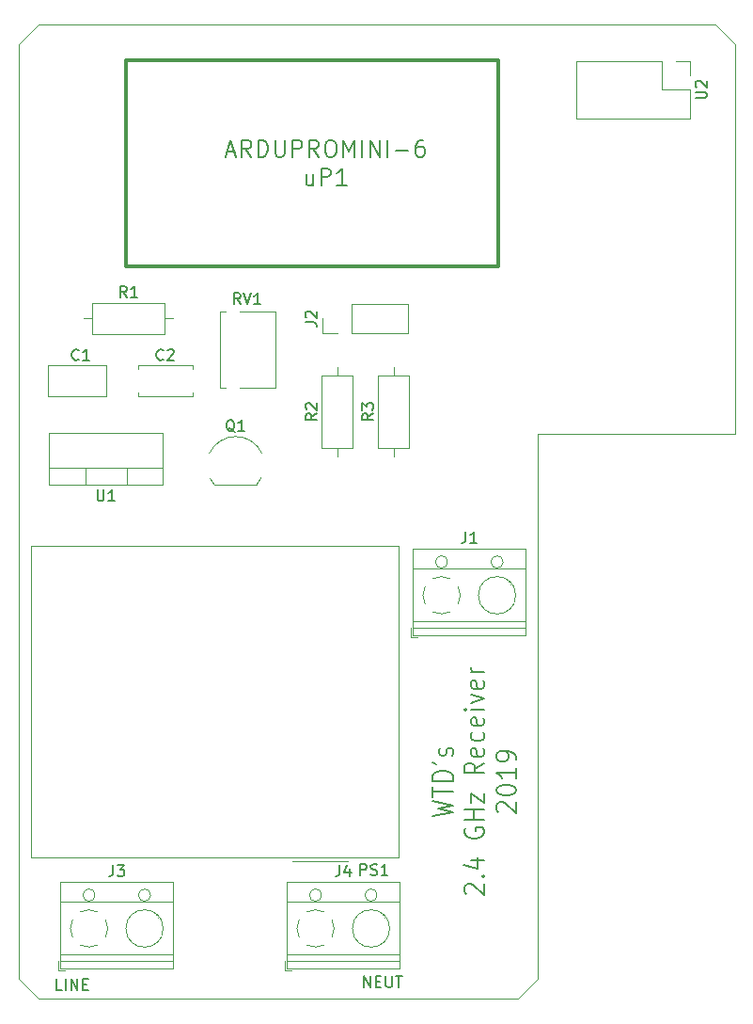
<source format=gbr>
%TF.GenerationSoftware,KiCad,Pcbnew,(5.1.2)-2*%
%TF.CreationDate,2019-06-24T14:10:12+02:00*%
%TF.ProjectId,Main_Monstrum,4d61696e-5f4d-46f6-9e73-7472756d2e6b,rev?*%
%TF.SameCoordinates,PX196f3b0PYa952310*%
%TF.FileFunction,Legend,Top*%
%TF.FilePolarity,Positive*%
%FSLAX46Y46*%
G04 Gerber Fmt 4.6, Leading zero omitted, Abs format (unit mm)*
G04 Created by KiCad (PCBNEW (5.1.2)-2) date 2019-06-24 14:10:12*
%MOMM*%
%LPD*%
G04 APERTURE LIST*
%ADD10C,0.150000*%
%ADD11C,0.100000*%
%ADD12C,0.120000*%
%ADD13C,0.300000*%
G04 APERTURE END LIST*
D10*
X37312285Y16434191D02*
X39112285Y16815143D01*
X37826571Y17119905D01*
X39112285Y17424667D01*
X37312285Y17805620D01*
X37312285Y18186572D02*
X37312285Y19100858D01*
X39112285Y18643715D02*
X37312285Y18643715D01*
X39112285Y19634191D02*
X37312285Y19634191D01*
X37312285Y20015143D01*
X37398000Y20243715D01*
X37569428Y20396096D01*
X37740857Y20472286D01*
X38083714Y20548477D01*
X38340857Y20548477D01*
X38683714Y20472286D01*
X38855142Y20396096D01*
X39026571Y20243715D01*
X39112285Y20015143D01*
X39112285Y19634191D01*
X37312285Y21310381D02*
X37655142Y21158000D01*
X39026571Y21919905D02*
X39112285Y22072286D01*
X39112285Y22377048D01*
X39026571Y22529429D01*
X38855142Y22605620D01*
X38769428Y22605620D01*
X38598000Y22529429D01*
X38512285Y22377048D01*
X38512285Y22148477D01*
X38426571Y21996096D01*
X38255142Y21919905D01*
X38169428Y21919905D01*
X37998000Y21996096D01*
X37912285Y22148477D01*
X37912285Y22377048D01*
X37998000Y22529429D01*
X40333714Y9424667D02*
X40248000Y9500858D01*
X40162285Y9653239D01*
X40162285Y10034191D01*
X40248000Y10186572D01*
X40333714Y10262762D01*
X40505142Y10338953D01*
X40676571Y10338953D01*
X40933714Y10262762D01*
X41962285Y9348477D01*
X41962285Y10338953D01*
X41790857Y11024667D02*
X41876571Y11100858D01*
X41962285Y11024667D01*
X41876571Y10948477D01*
X41790857Y11024667D01*
X41962285Y11024667D01*
X40762285Y12472286D02*
X41962285Y12472286D01*
X40076571Y12091334D02*
X41362285Y11710381D01*
X41362285Y12700858D01*
X40248000Y15367524D02*
X40162285Y15215143D01*
X40162285Y14986572D01*
X40248000Y14758000D01*
X40419428Y14605620D01*
X40590857Y14529429D01*
X40933714Y14453239D01*
X41190857Y14453239D01*
X41533714Y14529429D01*
X41705142Y14605620D01*
X41876571Y14758000D01*
X41962285Y14986572D01*
X41962285Y15138953D01*
X41876571Y15367524D01*
X41790857Y15443715D01*
X41190857Y15443715D01*
X41190857Y15138953D01*
X41962285Y16129429D02*
X40162285Y16129429D01*
X41019428Y16129429D02*
X41019428Y17043715D01*
X41962285Y17043715D02*
X40162285Y17043715D01*
X40762285Y17653239D02*
X40762285Y18491334D01*
X41962285Y17653239D01*
X41962285Y18491334D01*
X41962285Y21234191D02*
X41105142Y20700858D01*
X41962285Y20319905D02*
X40162285Y20319905D01*
X40162285Y20929429D01*
X40248000Y21081810D01*
X40333714Y21158000D01*
X40505142Y21234191D01*
X40762285Y21234191D01*
X40933714Y21158000D01*
X41019428Y21081810D01*
X41105142Y20929429D01*
X41105142Y20319905D01*
X41876571Y22529429D02*
X41962285Y22377048D01*
X41962285Y22072286D01*
X41876571Y21919905D01*
X41705142Y21843715D01*
X41019428Y21843715D01*
X40848000Y21919905D01*
X40762285Y22072286D01*
X40762285Y22377048D01*
X40848000Y22529429D01*
X41019428Y22605620D01*
X41190857Y22605620D01*
X41362285Y21843715D01*
X41876571Y23977048D02*
X41962285Y23824667D01*
X41962285Y23519905D01*
X41876571Y23367524D01*
X41790857Y23291334D01*
X41619428Y23215143D01*
X41105142Y23215143D01*
X40933714Y23291334D01*
X40848000Y23367524D01*
X40762285Y23519905D01*
X40762285Y23824667D01*
X40848000Y23977048D01*
X41876571Y25272286D02*
X41962285Y25119905D01*
X41962285Y24815143D01*
X41876571Y24662762D01*
X41705142Y24586572D01*
X41019428Y24586572D01*
X40848000Y24662762D01*
X40762285Y24815143D01*
X40762285Y25119905D01*
X40848000Y25272286D01*
X41019428Y25348477D01*
X41190857Y25348477D01*
X41362285Y24586572D01*
X41962285Y26034191D02*
X40762285Y26034191D01*
X40162285Y26034191D02*
X40248000Y25958000D01*
X40333714Y26034191D01*
X40248000Y26110381D01*
X40162285Y26034191D01*
X40333714Y26034191D01*
X40762285Y26643715D02*
X41962285Y27024667D01*
X40762285Y27405620D01*
X41876571Y28624667D02*
X41962285Y28472286D01*
X41962285Y28167524D01*
X41876571Y28015143D01*
X41705142Y27938953D01*
X41019428Y27938953D01*
X40848000Y28015143D01*
X40762285Y28167524D01*
X40762285Y28472286D01*
X40848000Y28624667D01*
X41019428Y28700858D01*
X41190857Y28700858D01*
X41362285Y27938953D01*
X41962285Y29386572D02*
X40762285Y29386572D01*
X41105142Y29386572D02*
X40933714Y29462762D01*
X40848000Y29538953D01*
X40762285Y29691334D01*
X40762285Y29843715D01*
X43183714Y16815143D02*
X43098000Y16891334D01*
X43012285Y17043715D01*
X43012285Y17424667D01*
X43098000Y17577048D01*
X43183714Y17653239D01*
X43355142Y17729429D01*
X43526571Y17729429D01*
X43783714Y17653239D01*
X44812285Y16738953D01*
X44812285Y17729429D01*
X43012285Y18719905D02*
X43012285Y18872286D01*
X43098000Y19024667D01*
X43183714Y19100858D01*
X43355142Y19177048D01*
X43698000Y19253239D01*
X44126571Y19253239D01*
X44469428Y19177048D01*
X44640857Y19100858D01*
X44726571Y19024667D01*
X44812285Y18872286D01*
X44812285Y18719905D01*
X44726571Y18567524D01*
X44640857Y18491334D01*
X44469428Y18415143D01*
X44126571Y18338953D01*
X43698000Y18338953D01*
X43355142Y18415143D01*
X43183714Y18491334D01*
X43098000Y18567524D01*
X43012285Y18719905D01*
X44812285Y20777048D02*
X44812285Y19862762D01*
X44812285Y20319905D02*
X43012285Y20319905D01*
X43269428Y20167524D01*
X43440857Y20015143D01*
X43526571Y19862762D01*
X44812285Y21538953D02*
X44812285Y21843715D01*
X44726571Y21996096D01*
X44640857Y22072286D01*
X44383714Y22224667D01*
X44040857Y22300858D01*
X43355142Y22300858D01*
X43183714Y22224667D01*
X43098000Y22148477D01*
X43012285Y21996096D01*
X43012285Y21691334D01*
X43098000Y21538953D01*
X43183714Y21462762D01*
X43355142Y21386572D01*
X43783714Y21386572D01*
X43955142Y21462762D01*
X44040857Y21538953D01*
X44126571Y21691334D01*
X44126571Y21996096D01*
X44040857Y22148477D01*
X43955142Y22224667D01*
X43783714Y22300858D01*
D11*
X64516000Y85852000D02*
X64516000Y50800000D01*
X1778000Y87630000D02*
X62738000Y87630000D01*
X0Y1778000D02*
X0Y85852000D01*
X44958000Y0D02*
X1778000Y0D01*
X46736000Y50800000D02*
X46736000Y1778000D01*
X62738000Y87630000D02*
X64516000Y85852000D01*
X0Y85852000D02*
X1778000Y87630000D01*
X1778000Y0D02*
X0Y1778000D01*
X44958000Y0D02*
X46736000Y1778000D01*
D10*
X3921238Y817620D02*
X3445047Y817620D01*
X3445047Y1817620D01*
X4254571Y817620D02*
X4254571Y1817620D01*
X4730761Y817620D02*
X4730761Y1817620D01*
X5302190Y817620D01*
X5302190Y1817620D01*
X5778380Y1341429D02*
X6111714Y1341429D01*
X6254571Y817620D02*
X5778380Y817620D01*
X5778380Y1817620D01*
X6254571Y1817620D01*
X31123142Y1071620D02*
X31123142Y2071620D01*
X31694571Y1071620D01*
X31694571Y2071620D01*
X32170761Y1595429D02*
X32504095Y1595429D01*
X32646952Y1071620D02*
X32170761Y1071620D01*
X32170761Y2071620D01*
X32646952Y2071620D01*
X33075523Y2071620D02*
X33075523Y1262096D01*
X33123142Y1166858D01*
X33170761Y1119239D01*
X33266000Y1071620D01*
X33456476Y1071620D01*
X33551714Y1119239D01*
X33599333Y1166858D01*
X33646952Y1262096D01*
X33646952Y2071620D01*
X33980285Y2071620D02*
X34551714Y2071620D01*
X34266000Y1071620D02*
X34266000Y2071620D01*
D11*
X64516000Y50800000D02*
X46736000Y50800000D01*
D12*
X23950000Y2550000D02*
X24550000Y2550000D01*
X23950000Y3390000D02*
X23950000Y2550000D01*
X30570000Y5374000D02*
X30476000Y5281000D01*
X32820000Y7625000D02*
X32761000Y7566000D01*
X30740000Y5134000D02*
X30681000Y5076000D01*
X33025000Y7419000D02*
X32931000Y7326000D01*
X34310000Y10510000D02*
X34310000Y2789000D01*
X24190000Y10510000D02*
X24190000Y2789000D01*
X24190000Y2789000D02*
X34310000Y2789000D01*
X24190000Y10510000D02*
X34310000Y10510000D01*
X24190000Y8750000D02*
X34310000Y8750000D01*
X24190000Y4050000D02*
X34310000Y4050000D01*
X24190000Y3450000D02*
X34310000Y3450000D01*
X32300000Y9350000D02*
G75*
G03X32300000Y9350000I-550000J0D01*
G01*
X33430000Y6350000D02*
G75*
G03X33430000Y6350000I-1680000J0D01*
G01*
X27300000Y9350000D02*
G75*
G03X27300000Y9350000I-550000J0D01*
G01*
X26779383Y4669550D02*
G75*
G02X25961000Y4866000I-29383J1680450D01*
G01*
X25266047Y5560912D02*
G75*
G02X25266000Y7139000I1483953J789088D01*
G01*
X25960912Y7833953D02*
G75*
G02X27539000Y7834000I789088J-1483953D01*
G01*
X28233953Y7139088D02*
G75*
G02X28234000Y5561000I-1483953J-789088D01*
G01*
X27538712Y4866648D02*
G75*
G02X26750000Y4670000I-788712J1483352D01*
G01*
D13*
X9666000Y65934000D02*
X43166000Y65934000D01*
X43166000Y65934000D02*
X43166000Y84434000D01*
X43166000Y84434000D02*
X9666000Y84434000D01*
X9666000Y65934000D02*
X9666000Y84434000D01*
D12*
X50232000Y84388000D02*
X50232000Y79188000D01*
X57912000Y84388000D02*
X50232000Y84388000D01*
X60512000Y79188000D02*
X50232000Y79188000D01*
X57912000Y84388000D02*
X57912000Y81788000D01*
X57912000Y81788000D02*
X60512000Y81788000D01*
X60512000Y81788000D02*
X60512000Y79188000D01*
X59182000Y84388000D02*
X60512000Y84388000D01*
X60512000Y84388000D02*
X60512000Y83058000D01*
X15718000Y54256000D02*
X10778000Y54256000D01*
X15718000Y56996000D02*
X10778000Y56996000D01*
X15718000Y54256000D02*
X15718000Y54571000D01*
X15718000Y56681000D02*
X15718000Y56996000D01*
X10778000Y54256000D02*
X10778000Y54571000D01*
X10778000Y56681000D02*
X10778000Y56996000D01*
X38888712Y34838648D02*
G75*
G02X38100000Y34642000I-788712J1483352D01*
G01*
X39583953Y37111088D02*
G75*
G02X39584000Y35533000I-1483953J-789088D01*
G01*
X37310912Y37805953D02*
G75*
G02X38889000Y37806000I789088J-1483953D01*
G01*
X36616047Y35532912D02*
G75*
G02X36616000Y37111000I1483953J789088D01*
G01*
X38129383Y34641550D02*
G75*
G02X37311000Y34838000I-29383J1680450D01*
G01*
X38650000Y39322000D02*
G75*
G03X38650000Y39322000I-550000J0D01*
G01*
X44780000Y36322000D02*
G75*
G03X44780000Y36322000I-1680000J0D01*
G01*
X43650000Y39322000D02*
G75*
G03X43650000Y39322000I-550000J0D01*
G01*
X35540000Y33422000D02*
X45660000Y33422000D01*
X35540000Y34022000D02*
X45660000Y34022000D01*
X35540000Y38722000D02*
X45660000Y38722000D01*
X35540000Y40482000D02*
X45660000Y40482000D01*
X35540000Y32761000D02*
X45660000Y32761000D01*
X35540000Y40482000D02*
X35540000Y32761000D01*
X45660000Y40482000D02*
X45660000Y32761000D01*
X44375000Y37391000D02*
X44281000Y37298000D01*
X42090000Y35106000D02*
X42031000Y35048000D01*
X44170000Y37597000D02*
X44111000Y37538000D01*
X41920000Y35346000D02*
X41826000Y35253000D01*
X35300000Y33362000D02*
X35300000Y32522000D01*
X35300000Y32522000D02*
X35900000Y32522000D01*
X35112000Y59884000D02*
X35112000Y62544000D01*
X29972000Y59884000D02*
X35112000Y59884000D01*
X29972000Y62544000D02*
X35112000Y62544000D01*
X29972000Y59884000D02*
X29972000Y62544000D01*
X28702000Y59884000D02*
X27372000Y59884000D01*
X27372000Y59884000D02*
X27372000Y61214000D01*
X3550000Y2550000D02*
X4150000Y2550000D01*
X3550000Y3390000D02*
X3550000Y2550000D01*
X10170000Y5374000D02*
X10076000Y5281000D01*
X12420000Y7625000D02*
X12361000Y7566000D01*
X10340000Y5134000D02*
X10281000Y5076000D01*
X12625000Y7419000D02*
X12531000Y7326000D01*
X13910000Y10510000D02*
X13910000Y2789000D01*
X3790000Y10510000D02*
X3790000Y2789000D01*
X3790000Y2789000D02*
X13910000Y2789000D01*
X3790000Y10510000D02*
X13910000Y10510000D01*
X3790000Y8750000D02*
X13910000Y8750000D01*
X3790000Y4050000D02*
X13910000Y4050000D01*
X3790000Y3450000D02*
X13910000Y3450000D01*
X11900000Y9350000D02*
G75*
G03X11900000Y9350000I-550000J0D01*
G01*
X13030000Y6350000D02*
G75*
G03X13030000Y6350000I-1680000J0D01*
G01*
X6900000Y9350000D02*
G75*
G03X6900000Y9350000I-550000J0D01*
G01*
X6379383Y4669550D02*
G75*
G02X5561000Y4866000I-29383J1680450D01*
G01*
X4866047Y5560912D02*
G75*
G02X4866000Y7139000I1483953J789088D01*
G01*
X5560912Y7833953D02*
G75*
G02X7139000Y7834000I789088J-1483953D01*
G01*
X7833953Y7139088D02*
G75*
G02X7834000Y5561000I-1483953J-789088D01*
G01*
X7138712Y4866648D02*
G75*
G02X6350000Y4670000I-788712J1483352D01*
G01*
X12994000Y46260000D02*
X2754000Y46260000D01*
X12994000Y50901000D02*
X2754000Y50901000D01*
X12994000Y46260000D02*
X12994000Y50901000D01*
X2754000Y46260000D02*
X2754000Y50901000D01*
X12994000Y47770000D02*
X2754000Y47770000D01*
X9724000Y46260000D02*
X9724000Y47770000D01*
X6023000Y46260000D02*
X6023000Y47770000D01*
X2694000Y56996000D02*
X7934000Y56996000D01*
X2694000Y54256000D02*
X7934000Y54256000D01*
X2694000Y56996000D02*
X2694000Y54256000D01*
X7934000Y56996000D02*
X7934000Y54256000D01*
X17618000Y46306000D02*
X21468000Y46306000D01*
X17235369Y46883955D02*
G75*
G03X17618000Y46306000I2322631J1122045D01*
G01*
X17201600Y49104807D02*
G75*
G02X19558000Y50606000I2356400J-1098807D01*
G01*
X21914400Y49104807D02*
G75*
G03X19558000Y50606000I-2356400J-1098807D01*
G01*
X21860383Y46893736D02*
G75*
G02X21468000Y46306000I-2302383J1112264D01*
G01*
X6636000Y62584000D02*
X6636000Y59844000D01*
X6636000Y59844000D02*
X13176000Y59844000D01*
X13176000Y59844000D02*
X13176000Y62584000D01*
X13176000Y62584000D02*
X6636000Y62584000D01*
X5866000Y61214000D02*
X6636000Y61214000D01*
X13946000Y61214000D02*
X13176000Y61214000D01*
X27332000Y49562000D02*
X30072000Y49562000D01*
X30072000Y49562000D02*
X30072000Y56102000D01*
X30072000Y56102000D02*
X27332000Y56102000D01*
X27332000Y56102000D02*
X27332000Y49562000D01*
X28702000Y48792000D02*
X28702000Y49562000D01*
X28702000Y56872000D02*
X28702000Y56102000D01*
X33782000Y48792000D02*
X33782000Y49562000D01*
X33782000Y56872000D02*
X33782000Y56102000D01*
X35152000Y49562000D02*
X35152000Y56102000D01*
X32412000Y49562000D02*
X35152000Y49562000D01*
X32412000Y56102000D02*
X32412000Y49562000D01*
X35152000Y56102000D02*
X32412000Y56102000D01*
X1166000Y12744000D02*
X1166000Y40784000D01*
X1166000Y40784000D02*
X34206000Y40784000D01*
X34206000Y40784000D02*
X34206000Y12744000D01*
X34206000Y12744000D02*
X1166000Y12744000D01*
X29686000Y12364000D02*
X24686000Y12364000D01*
X18164000Y61840000D02*
X18654000Y61840000D01*
X19954000Y61840000D02*
X23104000Y61840000D01*
X18164000Y55000000D02*
X18654000Y55000000D01*
X19954000Y55000000D02*
X23104000Y55000000D01*
X23104000Y61840000D02*
X23104000Y55000000D01*
X18164000Y61840000D02*
X18164000Y55000000D01*
D10*
X28916666Y12057620D02*
X28916666Y11343334D01*
X28869047Y11200477D01*
X28773809Y11105239D01*
X28630952Y11057620D01*
X28535714Y11057620D01*
X29821428Y11724286D02*
X29821428Y11057620D01*
X29583333Y12105239D02*
X29345238Y11390953D01*
X29964285Y11390953D01*
X26543142Y74235429D02*
X26543142Y73235429D01*
X25900285Y74235429D02*
X25900285Y73449715D01*
X25971714Y73306858D01*
X26114571Y73235429D01*
X26328857Y73235429D01*
X26471714Y73306858D01*
X26543142Y73378286D01*
X27257428Y73235429D02*
X27257428Y74735429D01*
X27828857Y74735429D01*
X27971714Y74664000D01*
X28043142Y74592572D01*
X28114571Y74449715D01*
X28114571Y74235429D01*
X28043142Y74092572D01*
X27971714Y74021143D01*
X27828857Y73949715D01*
X27257428Y73949715D01*
X29543142Y73235429D02*
X28686000Y73235429D01*
X29114571Y73235429D02*
X29114571Y74735429D01*
X28971714Y74521143D01*
X28828857Y74378286D01*
X28686000Y74306858D01*
X18757428Y76204000D02*
X19471714Y76204000D01*
X18614571Y75775429D02*
X19114571Y77275429D01*
X19614571Y75775429D01*
X20971714Y75775429D02*
X20471714Y76489715D01*
X20114571Y75775429D02*
X20114571Y77275429D01*
X20686000Y77275429D01*
X20828857Y77204000D01*
X20900285Y77132572D01*
X20971714Y76989715D01*
X20971714Y76775429D01*
X20900285Y76632572D01*
X20828857Y76561143D01*
X20686000Y76489715D01*
X20114571Y76489715D01*
X21614571Y75775429D02*
X21614571Y77275429D01*
X21971714Y77275429D01*
X22186000Y77204000D01*
X22328857Y77061143D01*
X22400285Y76918286D01*
X22471714Y76632572D01*
X22471714Y76418286D01*
X22400285Y76132572D01*
X22328857Y75989715D01*
X22186000Y75846858D01*
X21971714Y75775429D01*
X21614571Y75775429D01*
X23114571Y77275429D02*
X23114571Y76061143D01*
X23186000Y75918286D01*
X23257428Y75846858D01*
X23400285Y75775429D01*
X23686000Y75775429D01*
X23828857Y75846858D01*
X23900285Y75918286D01*
X23971714Y76061143D01*
X23971714Y77275429D01*
X24686000Y75775429D02*
X24686000Y77275429D01*
X25257428Y77275429D01*
X25400285Y77204000D01*
X25471714Y77132572D01*
X25543142Y76989715D01*
X25543142Y76775429D01*
X25471714Y76632572D01*
X25400285Y76561143D01*
X25257428Y76489715D01*
X24686000Y76489715D01*
X27043142Y75775429D02*
X26543142Y76489715D01*
X26186000Y75775429D02*
X26186000Y77275429D01*
X26757428Y77275429D01*
X26900285Y77204000D01*
X26971714Y77132572D01*
X27043142Y76989715D01*
X27043142Y76775429D01*
X26971714Y76632572D01*
X26900285Y76561143D01*
X26757428Y76489715D01*
X26186000Y76489715D01*
X27971714Y77275429D02*
X28257428Y77275429D01*
X28400285Y77204000D01*
X28543142Y77061143D01*
X28614571Y76775429D01*
X28614571Y76275429D01*
X28543142Y75989715D01*
X28400285Y75846858D01*
X28257428Y75775429D01*
X27971714Y75775429D01*
X27828857Y75846858D01*
X27686000Y75989715D01*
X27614571Y76275429D01*
X27614571Y76775429D01*
X27686000Y77061143D01*
X27828857Y77204000D01*
X27971714Y77275429D01*
X29257428Y75775429D02*
X29257428Y77275429D01*
X29757428Y76204000D01*
X30257428Y77275429D01*
X30257428Y75775429D01*
X30971714Y75775429D02*
X30971714Y77275429D01*
X31686000Y75775429D02*
X31686000Y77275429D01*
X32543142Y75775429D01*
X32543142Y77275429D01*
X33257428Y75775429D02*
X33257428Y77275429D01*
X33971714Y76346858D02*
X35114571Y76346858D01*
X36471714Y77275429D02*
X36186000Y77275429D01*
X36043142Y77204000D01*
X35971714Y77132572D01*
X35828857Y76918286D01*
X35757428Y76632572D01*
X35757428Y76061143D01*
X35828857Y75918286D01*
X35900285Y75846858D01*
X36043142Y75775429D01*
X36328857Y75775429D01*
X36471714Y75846858D01*
X36543142Y75918286D01*
X36614571Y76061143D01*
X36614571Y76418286D01*
X36543142Y76561143D01*
X36471714Y76632572D01*
X36328857Y76704000D01*
X36043142Y76704000D01*
X35900285Y76632572D01*
X35828857Y76561143D01*
X35757428Y76418286D01*
X60964380Y81026096D02*
X61773904Y81026096D01*
X61869142Y81073715D01*
X61916761Y81121334D01*
X61964380Y81216572D01*
X61964380Y81407048D01*
X61916761Y81502286D01*
X61869142Y81549905D01*
X61773904Y81597524D01*
X60964380Y81597524D01*
X61059619Y82026096D02*
X61012000Y82073715D01*
X60964380Y82168953D01*
X60964380Y82407048D01*
X61012000Y82502286D01*
X61059619Y82549905D01*
X61154857Y82597524D01*
X61250095Y82597524D01*
X61392952Y82549905D01*
X61964380Y81978477D01*
X61964380Y82597524D01*
X13041333Y57554858D02*
X12993714Y57507239D01*
X12850857Y57459620D01*
X12755619Y57459620D01*
X12612761Y57507239D01*
X12517523Y57602477D01*
X12469904Y57697715D01*
X12422285Y57888191D01*
X12422285Y58031048D01*
X12469904Y58221524D01*
X12517523Y58316762D01*
X12612761Y58412000D01*
X12755619Y58459620D01*
X12850857Y58459620D01*
X12993714Y58412000D01*
X13041333Y58364381D01*
X13422285Y58364381D02*
X13469904Y58412000D01*
X13565142Y58459620D01*
X13803238Y58459620D01*
X13898476Y58412000D01*
X13946095Y58364381D01*
X13993714Y58269143D01*
X13993714Y58173905D01*
X13946095Y58031048D01*
X13374666Y57459620D01*
X13993714Y57459620D01*
X40266666Y42029620D02*
X40266666Y41315334D01*
X40219047Y41172477D01*
X40123809Y41077239D01*
X39980952Y41029620D01*
X39885714Y41029620D01*
X41266666Y41029620D02*
X40695238Y41029620D01*
X40980952Y41029620D02*
X40980952Y42029620D01*
X40885714Y41886762D01*
X40790476Y41791524D01*
X40695238Y41743905D01*
X25824380Y60880667D02*
X26538666Y60880667D01*
X26681523Y60833048D01*
X26776761Y60737810D01*
X26824380Y60594953D01*
X26824380Y60499715D01*
X25919619Y61309239D02*
X25872000Y61356858D01*
X25824380Y61452096D01*
X25824380Y61690191D01*
X25872000Y61785429D01*
X25919619Y61833048D01*
X26014857Y61880667D01*
X26110095Y61880667D01*
X26252952Y61833048D01*
X26824380Y61261620D01*
X26824380Y61880667D01*
X8516666Y12057620D02*
X8516666Y11343334D01*
X8469047Y11200477D01*
X8373809Y11105239D01*
X8230952Y11057620D01*
X8135714Y11057620D01*
X8897619Y12057620D02*
X9516666Y12057620D01*
X9183333Y11676667D01*
X9326190Y11676667D01*
X9421428Y11629048D01*
X9469047Y11581429D01*
X9516666Y11486191D01*
X9516666Y11248096D01*
X9469047Y11152858D01*
X9421428Y11105239D01*
X9326190Y11057620D01*
X9040476Y11057620D01*
X8945238Y11105239D01*
X8897619Y11152858D01*
X7112095Y45807620D02*
X7112095Y44998096D01*
X7159714Y44902858D01*
X7207333Y44855239D01*
X7302571Y44807620D01*
X7493047Y44807620D01*
X7588285Y44855239D01*
X7635904Y44902858D01*
X7683523Y44998096D01*
X7683523Y45807620D01*
X8683523Y44807620D02*
X8112095Y44807620D01*
X8397809Y44807620D02*
X8397809Y45807620D01*
X8302571Y45664762D01*
X8207333Y45569524D01*
X8112095Y45521905D01*
X5421333Y57554858D02*
X5373714Y57507239D01*
X5230857Y57459620D01*
X5135619Y57459620D01*
X4992761Y57507239D01*
X4897523Y57602477D01*
X4849904Y57697715D01*
X4802285Y57888191D01*
X4802285Y58031048D01*
X4849904Y58221524D01*
X4897523Y58316762D01*
X4992761Y58412000D01*
X5135619Y58459620D01*
X5230857Y58459620D01*
X5373714Y58412000D01*
X5421333Y58364381D01*
X6373714Y57459620D02*
X5802285Y57459620D01*
X6088000Y57459620D02*
X6088000Y58459620D01*
X5992761Y58316762D01*
X5897523Y58221524D01*
X5802285Y58173905D01*
X19462761Y51018381D02*
X19367523Y51066000D01*
X19272285Y51161239D01*
X19129428Y51304096D01*
X19034190Y51351715D01*
X18938952Y51351715D01*
X18986571Y51113620D02*
X18891333Y51161239D01*
X18796095Y51256477D01*
X18748476Y51446953D01*
X18748476Y51780286D01*
X18796095Y51970762D01*
X18891333Y52066000D01*
X18986571Y52113620D01*
X19177047Y52113620D01*
X19272285Y52066000D01*
X19367523Y51970762D01*
X19415142Y51780286D01*
X19415142Y51446953D01*
X19367523Y51256477D01*
X19272285Y51161239D01*
X19177047Y51113620D01*
X18986571Y51113620D01*
X20367523Y51113620D02*
X19796095Y51113620D01*
X20081809Y51113620D02*
X20081809Y52113620D01*
X19986571Y51970762D01*
X19891333Y51875524D01*
X19796095Y51827905D01*
X9739333Y63131620D02*
X9406000Y63607810D01*
X9167904Y63131620D02*
X9167904Y64131620D01*
X9548857Y64131620D01*
X9644095Y64084000D01*
X9691714Y64036381D01*
X9739333Y63941143D01*
X9739333Y63798286D01*
X9691714Y63703048D01*
X9644095Y63655429D01*
X9548857Y63607810D01*
X9167904Y63607810D01*
X10691714Y63131620D02*
X10120285Y63131620D01*
X10406000Y63131620D02*
X10406000Y64131620D01*
X10310761Y63988762D01*
X10215523Y63893524D01*
X10120285Y63845905D01*
X26868380Y52665334D02*
X26392190Y52332000D01*
X26868380Y52093905D02*
X25868380Y52093905D01*
X25868380Y52474858D01*
X25916000Y52570096D01*
X25963619Y52617715D01*
X26058857Y52665334D01*
X26201714Y52665334D01*
X26296952Y52617715D01*
X26344571Y52570096D01*
X26392190Y52474858D01*
X26392190Y52093905D01*
X25963619Y53046286D02*
X25916000Y53093905D01*
X25868380Y53189143D01*
X25868380Y53427239D01*
X25916000Y53522477D01*
X25963619Y53570096D01*
X26058857Y53617715D01*
X26154095Y53617715D01*
X26296952Y53570096D01*
X26868380Y52998667D01*
X26868380Y53617715D01*
X31948380Y52665334D02*
X31472190Y52332000D01*
X31948380Y52093905D02*
X30948380Y52093905D01*
X30948380Y52474858D01*
X30996000Y52570096D01*
X31043619Y52617715D01*
X31138857Y52665334D01*
X31281714Y52665334D01*
X31376952Y52617715D01*
X31424571Y52570096D01*
X31472190Y52474858D01*
X31472190Y52093905D01*
X30948380Y52998667D02*
X30948380Y53617715D01*
X31329333Y53284381D01*
X31329333Y53427239D01*
X31376952Y53522477D01*
X31424571Y53570096D01*
X31519809Y53617715D01*
X31757904Y53617715D01*
X31853142Y53570096D01*
X31900761Y53522477D01*
X31948380Y53427239D01*
X31948380Y53141524D01*
X31900761Y53046286D01*
X31853142Y52998667D01*
X30781714Y11141620D02*
X30781714Y12141620D01*
X31162666Y12141620D01*
X31257904Y12094000D01*
X31305523Y12046381D01*
X31353142Y11951143D01*
X31353142Y11808286D01*
X31305523Y11713048D01*
X31257904Y11665429D01*
X31162666Y11617810D01*
X30781714Y11617810D01*
X31734095Y11189239D02*
X31876952Y11141620D01*
X32115047Y11141620D01*
X32210285Y11189239D01*
X32257904Y11236858D01*
X32305523Y11332096D01*
X32305523Y11427334D01*
X32257904Y11522572D01*
X32210285Y11570191D01*
X32115047Y11617810D01*
X31924571Y11665429D01*
X31829333Y11713048D01*
X31781714Y11760667D01*
X31734095Y11855905D01*
X31734095Y11951143D01*
X31781714Y12046381D01*
X31829333Y12094000D01*
X31924571Y12141620D01*
X32162666Y12141620D01*
X32305523Y12094000D01*
X33257904Y11141620D02*
X32686476Y11141620D01*
X32972190Y11141620D02*
X32972190Y12141620D01*
X32876952Y11998762D01*
X32781714Y11903524D01*
X32686476Y11855905D01*
X19978761Y62517620D02*
X19645428Y62993810D01*
X19407333Y62517620D02*
X19407333Y63517620D01*
X19788285Y63517620D01*
X19883523Y63470000D01*
X19931142Y63422381D01*
X19978761Y63327143D01*
X19978761Y63184286D01*
X19931142Y63089048D01*
X19883523Y63041429D01*
X19788285Y62993810D01*
X19407333Y62993810D01*
X20264476Y63517620D02*
X20597809Y62517620D01*
X20931142Y63517620D01*
X21788285Y62517620D02*
X21216857Y62517620D01*
X21502571Y62517620D02*
X21502571Y63517620D01*
X21407333Y63374762D01*
X21312095Y63279524D01*
X21216857Y63231905D01*
M02*

</source>
